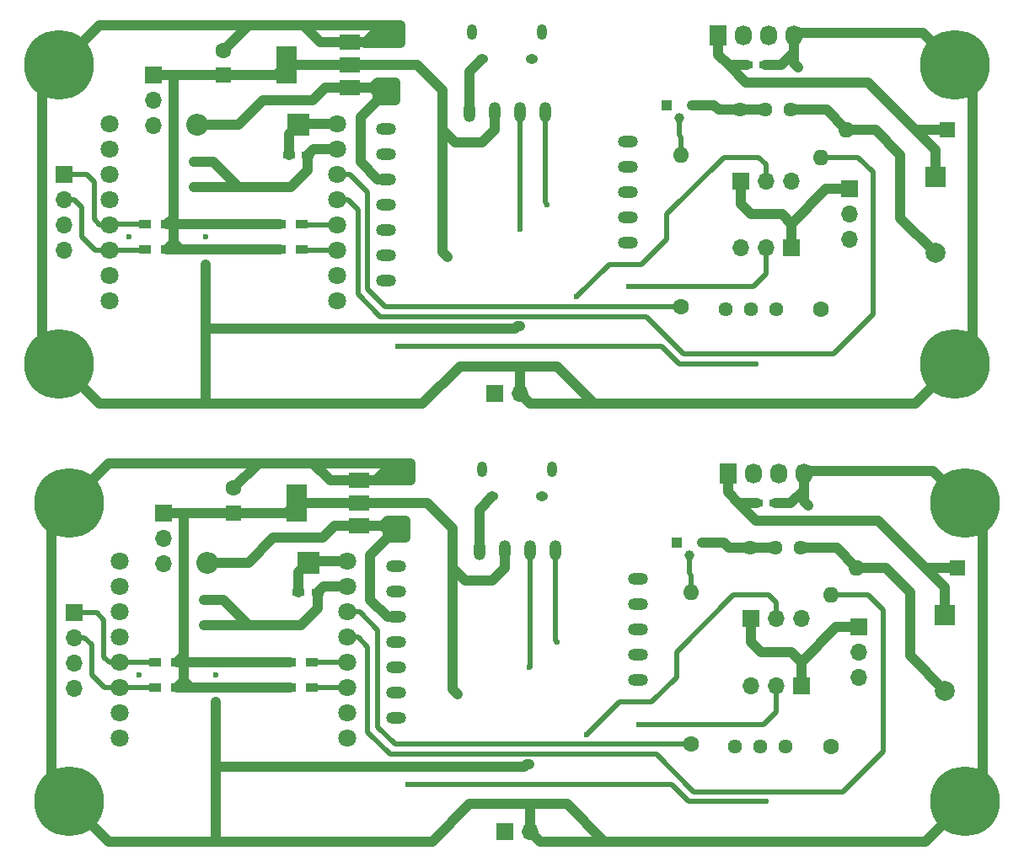
<source format=gbl>
%MOIN*%
%OFA0B0*%
%FSLAX46Y46*%
%IPPOS*%
%LPD*%
%ADD10C,0.0039370078740157488*%
%ADD11R,0.07874015748031496X0.07874015748031496*%
%ADD12C,0.07874015748031496*%
%ADD13R,0.047244094488188976X0.029527559055118113*%
%ADD14R,0.062992125984251982X0.062992125984251982*%
%ADD15C,0.062992125984251982*%
%ADD16O,0.062992125984251982X0.062992125984251982*%
%ADD17C,0.27559055118110237*%
%ADD18O,0.049212598425196853X0.037401574803149609*%
%ADD19O,0.03937007874015748X0.0610236220472441*%
%ADD20R,0.066929133858267723X0.066929133858267723*%
%ADD21O,0.066929133858267723X0.066929133858267723*%
%ADD22C,0.03937007874015748*%
%ADD23R,0.03937007874015748X0.03937007874015748*%
%ADD24R,0.047244094488188976X0.035433070866141732*%
%ADD25C,0.056692913385826771*%
%ADD26R,0.068X0.08*%
%ADD27O,0.068X0.08*%
%ADD28R,0.07874015748031496X0.14960629921259844*%
%ADD29R,0.07874015748031496X0.059055118110236227*%
%ADD30C,0.070866141732283464*%
%ADD31O,0.07874015748031496X0.047244094488188976*%
%ADD32O,0.047244094488188976X0.07874015748031496*%
%ADD33R,0.086614173228346469X0.086614173228346469*%
%ADD34O,0.086614173228346469X0.086614173228346469*%
%ADD35C,0.023622047244094488*%
%ADD36C,0.03937007874015748*%
%ADD37C,0.01968503937007874*%
%ADD48C,0.0039370078740157488*%
%ADD49R,0.07874015748031496X0.07874015748031496*%
%ADD50C,0.07874015748031496*%
%ADD51R,0.047244094488188976X0.029527559055118113*%
%ADD52R,0.062992125984251982X0.062992125984251982*%
%ADD53C,0.062992125984251982*%
%ADD54O,0.062992125984251982X0.062992125984251982*%
%ADD55C,0.27559055118110237*%
%ADD56O,0.049212598425196853X0.037401574803149609*%
%ADD57O,0.03937007874015748X0.0610236220472441*%
%ADD58R,0.066929133858267723X0.066929133858267723*%
%ADD59O,0.066929133858267723X0.066929133858267723*%
%ADD60C,0.03937007874015748*%
%ADD61R,0.03937007874015748X0.03937007874015748*%
%ADD62R,0.047244094488188976X0.035433070866141732*%
%ADD63C,0.056692913385826771*%
%ADD64R,0.068X0.08*%
%ADD65O,0.068X0.08*%
%ADD66R,0.07874015748031496X0.14960629921259844*%
%ADD67R,0.07874015748031496X0.059055118110236227*%
%ADD68C,0.070866141732283464*%
%ADD69O,0.07874015748031496X0.047244094488188976*%
%ADD70O,0.047244094488188976X0.07874015748031496*%
%ADD71R,0.086614173228346469X0.086614173228346469*%
%ADD72O,0.086614173228346469X0.086614173228346469*%
%ADD73C,0.023622047244094488*%
%ADD74C,0.03937007874015748*%
%ADD75C,0.01968503937007874*%
%LPD*%
G01*
D10*
D11*
X-0000039370Y0003385826D02*
X0003622047Y0002746062D03*
D12*
X0003622047Y0002446850D03*
D13*
X0002875984Y0003188976D03*
X0002950787Y0003188976D03*
X0001064960Y0002834645D03*
X0001139763Y0002834645D03*
D14*
X0000807086Y0003149606D03*
D15*
X0000807086Y0003248031D03*
D14*
X0003671259Y0002933070D03*
D16*
X0003271259Y0002933070D03*
D17*
X0000157480Y0003188976D03*
X0000157480Y0002007874D03*
X0003700787Y0003188976D03*
X0003700787Y0002007874D03*
D18*
X0002027559Y0003214566D03*
X0001830708Y0003214566D03*
D19*
X0002066929Y0003320866D03*
X0001791338Y0003320866D03*
D20*
X0000531496Y0003149606D03*
D21*
X0000531496Y0003049606D03*
X0000531496Y0002949606D03*
D22*
X0002609055Y0002981496D03*
X0002659055Y0003031496D03*
D23*
X0002559055Y0003031496D03*
D20*
X0001879921Y0001889763D03*
D21*
X0001979921Y0001889763D03*
D15*
X0002618110Y0002234251D03*
D16*
X0002618110Y0002834251D03*
D15*
X0003169291Y0002224409D03*
D16*
X0003169291Y0002824409D03*
D24*
X0000584645Y0002559055D03*
X0000498031Y0002559055D03*
X0000584645Y0002460629D03*
X0000498031Y0002460629D03*
X0001029527Y0002460629D03*
X0001116141Y0002460629D03*
X0001029527Y0002559055D03*
X0001116141Y0002559055D03*
D25*
X0003051181Y0003011811D03*
X0002951181Y0003011811D03*
X0002851181Y0003011811D03*
X0002992125Y0002224409D03*
X0002892125Y0002224409D03*
X0002792125Y0002224409D03*
D26*
X0002763385Y0003307086D03*
D27*
X0002863385Y0003307086D03*
X0002963385Y0003307086D03*
X0003063385Y0003307086D03*
D28*
X0001057086Y0003188976D03*
D29*
X0001305118Y0003188976D03*
X0001305118Y0003098425D03*
X0001305118Y0003279527D03*
D20*
X0000177165Y0002755905D03*
D21*
X0000177165Y0002655905D03*
X0000177165Y0002555905D03*
X0000177165Y0002455905D03*
D20*
X0003282047Y0002698425D03*
D21*
X0003282047Y0002598425D03*
X0003282047Y0002498425D03*
D20*
X0002852755Y0002730866D03*
D21*
X0002952755Y0002730866D03*
X0003052755Y0002730866D03*
D20*
X0003052755Y0002465984D03*
D21*
X0002952755Y0002465984D03*
X0002852755Y0002465984D03*
D30*
X0001257086Y0002257480D03*
X0001257086Y0002357480D03*
X0001257086Y0002457480D03*
X0001257086Y0002557480D03*
X0001257086Y0002657480D03*
X0001257086Y0002757480D03*
X0001257086Y0002857480D03*
X0001257086Y0002957480D03*
X0000357086Y0002957480D03*
X0000357086Y0002857480D03*
X0000357086Y0002757480D03*
X0000357086Y0002657480D03*
X0000357086Y0002557480D03*
X0000357086Y0002457480D03*
X0000357086Y0002357480D03*
X0000357086Y0002257480D03*
D31*
X0001451417Y0002937795D03*
X0001451417Y0002837795D03*
X0002406850Y0002887795D03*
X0001451417Y0002737795D03*
X0002406850Y0002787795D03*
X0001451417Y0002637795D03*
X0002406850Y0002687795D03*
X0001451417Y0002537795D03*
X0002406850Y0002587795D03*
X0001451417Y0002437795D03*
X0002406850Y0002487795D03*
X0001451417Y0002337795D03*
D32*
X0001779133Y0003003425D03*
X0001879133Y0003003425D03*
X0001979133Y0003003425D03*
X0002079133Y0003003425D03*
D33*
X0001102362Y0002952755D03*
D34*
X0000702362Y0002952755D03*
D35*
X0001417322Y0003051181D03*
X0001486220Y0003051181D03*
X0001417322Y0003120078D03*
X0001486220Y0003120078D03*
X0000688976Y0002805118D03*
X0000688976Y0002706692D03*
X0001978346Y0002155511D03*
X0000738188Y0002401574D03*
X0000738188Y0002509842D03*
X0000433070Y0002509842D03*
X0003080708Y0003179133D03*
X0001437007Y0003277559D03*
X0001505905Y0003277559D03*
X0001505905Y0003346456D03*
X0001437007Y0003346456D03*
X0001692913Y0002431102D03*
X0001978346Y0002539370D03*
X0002086614Y0002637795D03*
X0001496062Y0002076771D03*
X0002913385Y0002007874D03*
X0002204724Y0002273622D03*
X0002411417Y0002312992D03*
D36*
X0003622047Y0002746062D02*
X0003622047Y0002854330D01*
X0003622047Y0002854330D02*
X0003543307Y0002933070D01*
X0003671259Y0002933070D02*
X0003543307Y0002933070D01*
X0003543307Y0002933070D02*
X0003356299Y0003120078D01*
X0002805118Y0003188976D02*
X0002874015Y0003120078D01*
X0002874015Y0003120078D02*
X0003356299Y0003120078D01*
X0002763385Y0003307086D02*
X0002763385Y0003230708D01*
X0002805118Y0003188976D02*
X0002875984Y0003188976D01*
X0002763385Y0003230708D02*
X0002805118Y0003188976D01*
X0001305118Y0003098425D02*
X0001208661Y0003098425D01*
X0000866141Y0002952755D02*
X0000702362Y0002952755D01*
X0000964566Y0003051181D02*
X0000866141Y0002952755D01*
X0001161417Y0003051181D02*
X0000964566Y0003051181D01*
X0001208661Y0003098425D02*
X0001161417Y0003051181D01*
X0001451417Y0002737795D02*
X0001415748Y0002737795D01*
X0001415748Y0002737795D02*
X0001348425Y0002805118D01*
X0001348425Y0002805118D02*
X0001348425Y0002982283D01*
X0001348425Y0002982283D02*
X0001417322Y0003051181D01*
X0000699212Y0002949606D02*
X0000702362Y0002952755D01*
X0001486220Y0003051181D02*
X0001417322Y0003051181D01*
X0001417322Y0003120078D02*
X0001486220Y0003120078D01*
X0001486220Y0003090551D02*
X0001427165Y0003090551D01*
X0001427165Y0003090551D02*
X0001417322Y0003080708D01*
X0001417322Y0003051181D02*
X0001417322Y0003080708D01*
X0001305118Y0003098425D02*
X0001395669Y0003098425D01*
X0001395669Y0003098425D02*
X0001417322Y0003120078D01*
X0001486220Y0003120078D02*
X0001486220Y0003090551D01*
X0001486220Y0003090551D02*
X0001486220Y0003051181D01*
X0001417322Y0003080708D02*
X0001397637Y0003100393D01*
X0003051181Y0003011811D02*
X0003192519Y0003011811D01*
X0003192519Y0003011811D02*
X0003271259Y0002933070D01*
X0003271259Y0002933070D02*
X0003385826Y0002933070D01*
X0003385826Y0002933070D02*
X0003484251Y0002834645D01*
X0003484251Y0002834645D02*
X0003484251Y0002584645D01*
X0003484251Y0002584645D02*
X0003622047Y0002446850D01*
X0000088582Y0003031496D02*
X0000088582Y0003120078D01*
X0000088582Y0003120078D02*
X0000157480Y0003188976D01*
X0000088582Y0003031496D02*
X0000088582Y0002076771D01*
X0000088582Y0002076771D02*
X0000157480Y0002007874D01*
X0003769685Y0002155511D02*
X0003769685Y0002076771D01*
X0003769685Y0002076771D02*
X0003700787Y0002007874D01*
X0003769685Y0002155511D02*
X0003769685Y0003120078D01*
X0003769685Y0003120078D02*
X0003700787Y0003188976D01*
X0000895669Y0002706692D02*
X0000866141Y0002706692D01*
X0000767716Y0002805118D02*
X0000688976Y0002805118D01*
X0000866141Y0002706692D02*
X0000767716Y0002805118D01*
X0001139763Y0002834645D02*
X0001139763Y0002773622D01*
X0001072834Y0002706692D02*
X0000895669Y0002706692D01*
X0000895669Y0002706692D02*
X0000688976Y0002706692D01*
X0001139763Y0002773622D02*
X0001072834Y0002706692D01*
X0000738188Y0002145669D02*
X0001958661Y0002145669D01*
X0001968503Y0002155511D02*
X0001978346Y0002155511D01*
X0001958661Y0002145669D02*
X0001968503Y0002155511D01*
X0000738188Y0002401574D02*
X0000738188Y0002145669D01*
X0000738188Y0002145669D02*
X0000738188Y0001850393D01*
X0002273622Y0001850393D02*
X0002019291Y0001850393D01*
X0002019291Y0001850393D02*
X0001979921Y0001889763D01*
X0001979921Y0001889763D02*
X0001979921Y0001998031D01*
X0000157480Y0002007874D02*
X0000314960Y0001850393D01*
X0003543307Y0001850393D02*
X0003700787Y0002007874D01*
X0002273622Y0001850393D02*
X0003543307Y0001850393D01*
X0002125984Y0001998031D02*
X0002273622Y0001850393D01*
X0001742125Y0001998031D02*
X0001979921Y0001998031D01*
X0001979921Y0001998031D02*
X0002125984Y0001998031D01*
X0001594488Y0001850393D02*
X0001742125Y0001998031D01*
X0000314960Y0001850393D02*
X0000738188Y0001850393D01*
X0000738188Y0001850393D02*
X0001594488Y0001850393D01*
X0002852755Y0002730866D02*
X0002852755Y0002639370D01*
X0003014960Y0002598425D02*
X0003052755Y0002560629D01*
X0002893700Y0002598425D02*
X0003014960Y0002598425D01*
X0002852755Y0002639370D02*
X0002893700Y0002598425D01*
X0003052755Y0002465984D02*
X0003052755Y0002560629D01*
X0003190551Y0002698425D02*
X0003282047Y0002698425D01*
X0003052755Y0002560629D02*
X0003190551Y0002698425D01*
X0003063385Y0003248031D02*
X0003063385Y0003196456D01*
X0003063385Y0003196456D02*
X0003080708Y0003179133D01*
X0003700787Y0003188976D02*
X0003572834Y0003316929D01*
X0003572834Y0003316929D02*
X0003073228Y0003316929D01*
X0003073228Y0003316929D02*
X0003063385Y0003307086D01*
X0002950787Y0003188976D02*
X0003011811Y0003188976D01*
X0003063385Y0003240551D02*
X0003063385Y0003248031D01*
X0003063385Y0003248031D02*
X0003063385Y0003307086D01*
X0003011811Y0003188976D02*
X0003063385Y0003240551D01*
X0000905511Y0003346456D02*
X0000314960Y0003346456D01*
X0000314960Y0003346456D02*
X0000157480Y0003188976D01*
X0001305118Y0003279527D02*
X0001188976Y0003279527D01*
X0001188976Y0003279527D02*
X0001122047Y0003346456D01*
X0001437007Y0003346456D02*
X0001122047Y0003346456D01*
X0001122047Y0003346456D02*
X0000905511Y0003346456D01*
X0000905511Y0003346456D02*
X0000807086Y0003248031D01*
X0001779133Y0003003425D02*
X0001779133Y0003162992D01*
X0001779133Y0003162992D02*
X0001830708Y0003214566D01*
X0001257086Y0002857480D02*
X0001162598Y0002857480D01*
X0001162598Y0002857480D02*
X0001139763Y0002834645D01*
X0001505905Y0003346456D02*
X0001437007Y0003346456D01*
X0001505905Y0003277559D02*
X0001437007Y0003277559D01*
X0001505905Y0003316929D02*
X0001407480Y0003316929D01*
X0001305118Y0003279527D02*
X0001370078Y0003279527D01*
X0001370078Y0003279527D02*
X0001407480Y0003316929D01*
X0001437007Y0003277559D02*
X0001368110Y0003277559D01*
X0001505905Y0003346456D02*
X0001505905Y0003316929D01*
X0001505905Y0003316929D02*
X0001505905Y0003277559D01*
X0001407480Y0003316929D02*
X0001437007Y0003346456D01*
X0000649606Y0002460629D02*
X0000635826Y0002460629D01*
X0000635826Y0002460629D02*
X0000610236Y0002486220D01*
X0001029527Y0002460629D02*
X0000649606Y0002460629D01*
X0000649606Y0002460629D02*
X0000584645Y0002460629D01*
X0001029527Y0002559055D02*
X0000610236Y0002559055D01*
X0000610236Y0002598425D02*
X0000610236Y0002559055D01*
X0000610236Y0002559055D02*
X0000610236Y0002486220D01*
X0000610236Y0002486220D02*
X0000584645Y0002460629D01*
X0000610236Y0003149606D02*
X0000610236Y0002598425D01*
X0000610236Y0002598425D02*
X0000610236Y0002584645D01*
X0000610236Y0002584645D02*
X0000584645Y0002559055D01*
X0001673228Y0002450787D02*
X0001673228Y0002933070D01*
X0001692913Y0002431102D02*
X0001673228Y0002450787D01*
X0001305118Y0003188976D02*
X0001574803Y0003188976D01*
X0001574803Y0003188976D02*
X0001673228Y0003090551D01*
X0001673228Y0003090551D02*
X0001673228Y0002933070D01*
X0001879133Y0002932283D02*
X0001879133Y0003003425D01*
X0001673228Y0002933070D02*
X0001722440Y0002883858D01*
X0001722440Y0002883858D02*
X0001830708Y0002883858D01*
X0001830708Y0002883858D02*
X0001879133Y0002932283D01*
X0000531496Y0003149606D02*
X0000610236Y0003149606D01*
X0000610236Y0003149606D02*
X0000807086Y0003149606D01*
X0001305118Y0003188976D02*
X0001057086Y0003188976D01*
X0001057086Y0003188976D02*
X0001017716Y0003149606D01*
X0001017716Y0003149606D02*
X0000807086Y0003149606D01*
D37*
X0002618110Y0002834251D02*
X0002618110Y0002903543D01*
X0002618110Y0002903543D02*
X0002609055Y0002912598D01*
X0002609055Y0002912598D02*
X0002609055Y0002981496D01*
D36*
X0002851181Y0003011811D02*
X0002951181Y0003011811D01*
X0002851181Y0003011811D02*
X0002765748Y0003011811D01*
X0002746062Y0003031496D02*
X0002659055Y0003031496D01*
X0002765748Y0003011811D02*
X0002746062Y0003031496D01*
D37*
X0002618110Y0002234251D02*
X0001446850Y0002234251D01*
X0001307480Y0002757480D02*
X0001377952Y0002687007D01*
X0001377952Y0002687007D02*
X0001377952Y0002303149D01*
X0001377952Y0002303149D02*
X0001446850Y0002234251D01*
X0001307480Y0002757480D02*
X0001257086Y0002757480D01*
X0001257086Y0002657480D02*
X0001299212Y0002657480D01*
X0003317322Y0002824409D02*
X0003169291Y0002824409D01*
X0003375984Y0002765748D02*
X0003317322Y0002824409D01*
X0003375984Y0002204724D02*
X0003375984Y0002765748D01*
X0003218503Y0002047244D02*
X0003375984Y0002204724D01*
X0002627952Y0002047244D02*
X0003218503Y0002047244D01*
X0002480314Y0002194881D02*
X0002627952Y0002047244D01*
X0001427165Y0002194881D02*
X0002480314Y0002194881D01*
X0001338582Y0002283464D02*
X0001427165Y0002194881D01*
X0001338582Y0002618110D02*
X0001338582Y0002283464D01*
X0001299212Y0002657480D02*
X0001338582Y0002618110D01*
X0000177165Y0002755905D02*
X0000265748Y0002755905D01*
X0000316535Y0002557480D02*
X0000357086Y0002557480D01*
X0000295275Y0002578740D02*
X0000316535Y0002557480D01*
X0000295275Y0002726377D02*
X0000295275Y0002578740D01*
X0000265748Y0002755905D02*
X0000295275Y0002726377D01*
X0000498031Y0002559055D02*
X0000358661Y0002559055D01*
X0000358661Y0002559055D02*
X0000357086Y0002557480D01*
X0000177165Y0002655905D02*
X0000218110Y0002655905D01*
X0000298425Y0002457480D02*
X0000357086Y0002457480D01*
X0000246062Y0002509842D02*
X0000298425Y0002457480D01*
X0000246062Y0002627952D02*
X0000246062Y0002509842D01*
X0000218110Y0002655905D02*
X0000246062Y0002627952D01*
X0000357086Y0002457480D02*
X0000494881Y0002457480D01*
X0000494881Y0002457480D02*
X0000498031Y0002460629D01*
X0001257086Y0002457480D02*
X0001119291Y0002457480D01*
X0001119291Y0002457480D02*
X0001116141Y0002460629D01*
X0001979133Y0003003425D02*
X0001979133Y0002540157D01*
X0001979133Y0002540157D02*
X0001978346Y0002539370D01*
X0001257086Y0002557480D02*
X0001117716Y0002557480D01*
X0001117716Y0002557480D02*
X0001116141Y0002559055D01*
X0002079133Y0003003425D02*
X0002079133Y0002645275D01*
X0002079133Y0002645275D02*
X0002086614Y0002637795D01*
X0002539370Y0002076771D02*
X0001496062Y0002076771D01*
X0002608267Y0002007874D02*
X0002539370Y0002076771D01*
X0002913385Y0002007874D02*
X0002608267Y0002007874D01*
X0002952755Y0002730866D02*
X0002952755Y0002795275D01*
X0002332677Y0002401574D02*
X0002204724Y0002273622D01*
X0002460629Y0002401574D02*
X0002332677Y0002401574D01*
X0002559055Y0002500000D02*
X0002460629Y0002401574D01*
X0002559055Y0002598425D02*
X0002559055Y0002500000D01*
X0002785433Y0002824803D02*
X0002559055Y0002598425D01*
X0002923228Y0002824803D02*
X0002785433Y0002824803D01*
X0002952755Y0002795275D02*
X0002923228Y0002824803D01*
X0002952755Y0002362204D02*
X0002903543Y0002312992D01*
X0002903543Y0002312992D02*
X0002411417Y0002312992D01*
X0002952755Y0002465984D02*
X0002952755Y0002362204D01*
D36*
X0001257086Y0002957480D02*
X0001107086Y0002957480D01*
X0001107086Y0002957480D02*
X0001102362Y0002952755D01*
X0001064960Y0002834645D02*
X0001064960Y0002915354D01*
X0001064960Y0002915354D02*
X0001102362Y0002952755D01*
G04 next file*
%LPD*%
G04 #@! TF.FileFunction,Copper,L2,Bot,Signal*
G04 Gerber Fmt 4.6, Leading zero omitted, Abs format (unit mm)*
G04 Created by KiCad (PCBNEW 4.0.7) date 08/13/18 20:02:33*
G01*
G04 APERTURE LIST*
G04 APERTURE END LIST*
D48*
D49*
X0000000000Y0001653543D02*
X0003661417Y0001013779D03*
D50*
X0003661417Y0000714566D03*
D51*
X0002915354Y0001456692D03*
X0002990157Y0001456692D03*
X0001104330Y0001102362D03*
X0001179133Y0001102362D03*
D52*
X0000846456Y0001417322D03*
D53*
X0000846456Y0001515748D03*
D52*
X0003710629Y0001200787D03*
D54*
X0003310629Y0001200787D03*
D55*
X0000196850Y0001456692D03*
X0000196850Y0000275590D03*
X0003740157Y0001456692D03*
X0003740157Y0000275590D03*
D56*
X0002066929Y0001482283D03*
X0001870078Y0001482283D03*
D57*
X0002106299Y0001588582D03*
X0001830708Y0001588582D03*
D58*
X0000570866Y0001417322D03*
D59*
X0000570866Y0001317322D03*
X0000570866Y0001217322D03*
D60*
X0002648425Y0001249212D03*
X0002698425Y0001299212D03*
D61*
X0002598425Y0001299212D03*
D58*
X0001919291Y0000157480D03*
D59*
X0002019291Y0000157480D03*
D53*
X0002657480Y0000501968D03*
D54*
X0002657480Y0001101968D03*
D53*
X0003208661Y0000492125D03*
D54*
X0003208661Y0001092125D03*
D62*
X0000624015Y0000826771D03*
X0000537401Y0000826771D03*
X0000624015Y0000728346D03*
X0000537401Y0000728346D03*
X0001068897Y0000728346D03*
X0001155511Y0000728346D03*
X0001068897Y0000826771D03*
X0001155511Y0000826771D03*
D63*
X0003090551Y0001279527D03*
X0002990551Y0001279527D03*
X0002890551Y0001279527D03*
X0003031496Y0000492125D03*
X0002931496Y0000492125D03*
X0002831496Y0000492125D03*
D64*
X0002802755Y0001574803D03*
D65*
X0002902755Y0001574803D03*
X0003002755Y0001574803D03*
X0003102755Y0001574803D03*
D66*
X0001096456Y0001456692D03*
D67*
X0001344488Y0001456692D03*
X0001344488Y0001366141D03*
X0001344488Y0001547244D03*
D58*
X0000216535Y0001023622D03*
D59*
X0000216535Y0000923622D03*
X0000216535Y0000823622D03*
X0000216535Y0000723622D03*
D58*
X0003321417Y0000966141D03*
D59*
X0003321417Y0000866141D03*
X0003321417Y0000766141D03*
D58*
X0002892125Y0000998582D03*
D59*
X0002992125Y0000998582D03*
X0003092125Y0000998582D03*
D58*
X0003092125Y0000733700D03*
D59*
X0002992125Y0000733700D03*
X0002892125Y0000733700D03*
D68*
X0001296456Y0000525196D03*
X0001296456Y0000625196D03*
X0001296456Y0000725196D03*
X0001296456Y0000825196D03*
X0001296456Y0000925196D03*
X0001296456Y0001025196D03*
X0001296456Y0001125196D03*
X0001296456Y0001225196D03*
X0000396456Y0001225196D03*
X0000396456Y0001125196D03*
X0000396456Y0001025196D03*
X0000396456Y0000925196D03*
X0000396456Y0000825196D03*
X0000396456Y0000725196D03*
X0000396456Y0000625196D03*
X0000396456Y0000525196D03*
D69*
X0001490787Y0001205511D03*
X0001490787Y0001105511D03*
X0002446220Y0001155511D03*
X0001490787Y0001005511D03*
X0002446220Y0001055511D03*
X0001490787Y0000905511D03*
X0002446220Y0000955511D03*
X0001490787Y0000805511D03*
X0002446220Y0000855511D03*
X0001490787Y0000705511D03*
X0002446220Y0000755511D03*
X0001490787Y0000605511D03*
D70*
X0001818503Y0001271141D03*
X0001918503Y0001271141D03*
X0002018503Y0001271141D03*
X0002118503Y0001271141D03*
D71*
X0001141732Y0001220472D03*
D72*
X0000741732Y0001220472D03*
D73*
X0001456692Y0001318897D03*
X0001525590Y0001318897D03*
X0001456692Y0001387795D03*
X0001525590Y0001387795D03*
X0000728346Y0001072834D03*
X0000728346Y0000974409D03*
X0002017716Y0000423228D03*
X0000777559Y0000669291D03*
X0000777559Y0000777559D03*
X0000472440Y0000777559D03*
X0003120078Y0001446850D03*
X0001476377Y0001545275D03*
X0001545275Y0001545275D03*
X0001545275Y0001614173D03*
X0001476377Y0001614173D03*
X0001732283Y0000698818D03*
X0002017716Y0000807086D03*
X0002125984Y0000905511D03*
X0001535433Y0000344488D03*
X0002952755Y0000275590D03*
X0002244094Y0000541338D03*
X0002450787Y0000580708D03*
D74*
X0003661417Y0001013779D02*
X0003661417Y0001122047D01*
X0003661417Y0001122047D02*
X0003582677Y0001200787D01*
X0003710629Y0001200787D02*
X0003582677Y0001200787D01*
X0003582677Y0001200787D02*
X0003395669Y0001387795D01*
X0002844488Y0001456692D02*
X0002913385Y0001387795D01*
X0002913385Y0001387795D02*
X0003395669Y0001387795D01*
X0002802755Y0001574803D02*
X0002802755Y0001498425D01*
X0002844488Y0001456692D02*
X0002915354Y0001456692D01*
X0002802755Y0001498425D02*
X0002844488Y0001456692D01*
X0001344488Y0001366141D02*
X0001248031Y0001366141D01*
X0000905511Y0001220472D02*
X0000741732Y0001220472D01*
X0001003937Y0001318897D02*
X0000905511Y0001220472D01*
X0001200787Y0001318897D02*
X0001003937Y0001318897D01*
X0001248031Y0001366141D02*
X0001200787Y0001318897D01*
X0001490787Y0001005511D02*
X0001455118Y0001005511D01*
X0001455118Y0001005511D02*
X0001387795Y0001072834D01*
X0001387795Y0001072834D02*
X0001387795Y0001250000D01*
X0001387795Y0001250000D02*
X0001456692Y0001318897D01*
X0000738582Y0001217322D02*
X0000741732Y0001220472D01*
X0001525590Y0001318897D02*
X0001456692Y0001318897D01*
X0001456692Y0001387795D02*
X0001525590Y0001387795D01*
X0001525590Y0001358267D02*
X0001466535Y0001358267D01*
X0001466535Y0001358267D02*
X0001456692Y0001348425D01*
X0001456692Y0001318897D02*
X0001456692Y0001348425D01*
X0001344488Y0001366141D02*
X0001435039Y0001366141D01*
X0001435039Y0001366141D02*
X0001456692Y0001387795D01*
X0001525590Y0001387795D02*
X0001525590Y0001358267D01*
X0001525590Y0001358267D02*
X0001525590Y0001318897D01*
X0001456692Y0001348425D02*
X0001437007Y0001368110D01*
X0003090551Y0001279527D02*
X0003231889Y0001279527D01*
X0003231889Y0001279527D02*
X0003310629Y0001200787D01*
X0003310629Y0001200787D02*
X0003425196Y0001200787D01*
X0003425196Y0001200787D02*
X0003523622Y0001102362D01*
X0003523622Y0001102362D02*
X0003523622Y0000852362D01*
X0003523622Y0000852362D02*
X0003661417Y0000714566D01*
X0000127952Y0001299212D02*
X0000127952Y0001387795D01*
X0000127952Y0001387795D02*
X0000196850Y0001456692D01*
X0000127952Y0001299212D02*
X0000127952Y0000344488D01*
X0000127952Y0000344488D02*
X0000196850Y0000275590D01*
X0003809055Y0000423228D02*
X0003809055Y0000344488D01*
X0003809055Y0000344488D02*
X0003740157Y0000275590D01*
X0003809055Y0000423228D02*
X0003809055Y0001387795D01*
X0003809055Y0001387795D02*
X0003740157Y0001456692D01*
X0000935039Y0000974409D02*
X0000905511Y0000974409D01*
X0000807086Y0001072834D02*
X0000728346Y0001072834D01*
X0000905511Y0000974409D02*
X0000807086Y0001072834D01*
X0001179133Y0001102362D02*
X0001179133Y0001041338D01*
X0001112204Y0000974409D02*
X0000935039Y0000974409D01*
X0000935039Y0000974409D02*
X0000728346Y0000974409D01*
X0001179133Y0001041338D02*
X0001112204Y0000974409D01*
X0000777559Y0000413385D02*
X0001998031Y0000413385D01*
X0002007874Y0000423228D02*
X0002017716Y0000423228D01*
X0001998031Y0000413385D02*
X0002007874Y0000423228D01*
X0000777559Y0000669291D02*
X0000777559Y0000413385D01*
X0000777559Y0000413385D02*
X0000777559Y0000118110D01*
X0002312992Y0000118110D02*
X0002058661Y0000118110D01*
X0002058661Y0000118110D02*
X0002019291Y0000157480D01*
X0002019291Y0000157480D02*
X0002019291Y0000265748D01*
X0000196850Y0000275590D02*
X0000354330Y0000118110D01*
X0003582677Y0000118110D02*
X0003740157Y0000275590D01*
X0002312992Y0000118110D02*
X0003582677Y0000118110D01*
X0002165354Y0000265748D02*
X0002312992Y0000118110D01*
X0001781496Y0000265748D02*
X0002019291Y0000265748D01*
X0002019291Y0000265748D02*
X0002165354Y0000265748D01*
X0001633858Y0000118110D02*
X0001781496Y0000265748D01*
X0000354330Y0000118110D02*
X0000777559Y0000118110D01*
X0000777559Y0000118110D02*
X0001633858Y0000118110D01*
X0002892125Y0000998582D02*
X0002892125Y0000907086D01*
X0003054330Y0000866141D02*
X0003092125Y0000828346D01*
X0002933070Y0000866141D02*
X0003054330Y0000866141D01*
X0002892125Y0000907086D02*
X0002933070Y0000866141D01*
X0003092125Y0000733700D02*
X0003092125Y0000828346D01*
X0003229921Y0000966141D02*
X0003321417Y0000966141D01*
X0003092125Y0000828346D02*
X0003229921Y0000966141D01*
X0003102755Y0001515748D02*
X0003102755Y0001464173D01*
X0003102755Y0001464173D02*
X0003120078Y0001446850D01*
X0003740157Y0001456692D02*
X0003612204Y0001584645D01*
X0003612204Y0001584645D02*
X0003112598Y0001584645D01*
X0003112598Y0001584645D02*
X0003102755Y0001574803D01*
X0002990157Y0001456692D02*
X0003051181Y0001456692D01*
X0003102755Y0001508267D02*
X0003102755Y0001515748D01*
X0003102755Y0001515748D02*
X0003102755Y0001574803D01*
X0003051181Y0001456692D02*
X0003102755Y0001508267D01*
X0000944881Y0001614173D02*
X0000354330Y0001614173D01*
X0000354330Y0001614173D02*
X0000196850Y0001456692D01*
X0001344488Y0001547244D02*
X0001228346Y0001547244D01*
X0001228346Y0001547244D02*
X0001161417Y0001614173D01*
X0001476377Y0001614173D02*
X0001161417Y0001614173D01*
X0001161417Y0001614173D02*
X0000944881Y0001614173D01*
X0000944881Y0001614173D02*
X0000846456Y0001515748D01*
X0001818503Y0001271141D02*
X0001818503Y0001430708D01*
X0001818503Y0001430708D02*
X0001870078Y0001482283D01*
X0001296456Y0001125196D02*
X0001201968Y0001125196D01*
X0001201968Y0001125196D02*
X0001179133Y0001102362D01*
X0001545275Y0001614173D02*
X0001476377Y0001614173D01*
X0001545275Y0001545275D02*
X0001476377Y0001545275D01*
X0001545275Y0001584645D02*
X0001446850Y0001584645D01*
X0001344488Y0001547244D02*
X0001409448Y0001547244D01*
X0001409448Y0001547244D02*
X0001446850Y0001584645D01*
X0001476377Y0001545275D02*
X0001407480Y0001545275D01*
X0001545275Y0001614173D02*
X0001545275Y0001584645D01*
X0001545275Y0001584645D02*
X0001545275Y0001545275D01*
X0001446850Y0001584645D02*
X0001476377Y0001614173D01*
X0000688976Y0000728346D02*
X0000675196Y0000728346D01*
X0000675196Y0000728346D02*
X0000649606Y0000753937D01*
X0001068897Y0000728346D02*
X0000688976Y0000728346D01*
X0000688976Y0000728346D02*
X0000624015Y0000728346D01*
X0001068897Y0000826771D02*
X0000649606Y0000826771D01*
X0000649606Y0000866141D02*
X0000649606Y0000826771D01*
X0000649606Y0000826771D02*
X0000649606Y0000753937D01*
X0000649606Y0000753937D02*
X0000624015Y0000728346D01*
X0000649606Y0001417322D02*
X0000649606Y0000866141D01*
X0000649606Y0000866141D02*
X0000649606Y0000852362D01*
X0000649606Y0000852362D02*
X0000624015Y0000826771D01*
X0001712598Y0000718503D02*
X0001712598Y0001200787D01*
X0001732283Y0000698818D02*
X0001712598Y0000718503D01*
X0001344488Y0001456692D02*
X0001614173Y0001456692D01*
X0001614173Y0001456692D02*
X0001712598Y0001358267D01*
X0001712598Y0001358267D02*
X0001712598Y0001200787D01*
X0001918503Y0001200000D02*
X0001918503Y0001271141D01*
X0001712598Y0001200787D02*
X0001761811Y0001151574D01*
X0001761811Y0001151574D02*
X0001870078Y0001151574D01*
X0001870078Y0001151574D02*
X0001918503Y0001200000D01*
X0000570866Y0001417322D02*
X0000649606Y0001417322D01*
X0000649606Y0001417322D02*
X0000846456Y0001417322D01*
X0001344488Y0001456692D02*
X0001096456Y0001456692D01*
X0001096456Y0001456692D02*
X0001057086Y0001417322D01*
X0001057086Y0001417322D02*
X0000846456Y0001417322D01*
D75*
X0002657480Y0001101968D02*
X0002657480Y0001171259D01*
X0002657480Y0001171259D02*
X0002648425Y0001180314D01*
X0002648425Y0001180314D02*
X0002648425Y0001249212D01*
D74*
X0002890551Y0001279527D02*
X0002990551Y0001279527D01*
X0002890551Y0001279527D02*
X0002805118Y0001279527D01*
X0002785433Y0001299212D02*
X0002698425Y0001299212D01*
X0002805118Y0001279527D02*
X0002785433Y0001299212D01*
D75*
X0002657480Y0000501968D02*
X0001486220Y0000501968D01*
X0001346850Y0001025196D02*
X0001417322Y0000954724D01*
X0001417322Y0000954724D02*
X0001417322Y0000570866D01*
X0001417322Y0000570866D02*
X0001486220Y0000501968D01*
X0001346850Y0001025196D02*
X0001296456Y0001025196D01*
X0001296456Y0000925196D02*
X0001338582Y0000925196D01*
X0003356692Y0001092125D02*
X0003208661Y0001092125D01*
X0003415354Y0001033464D02*
X0003356692Y0001092125D01*
X0003415354Y0000472440D02*
X0003415354Y0001033464D01*
X0003257874Y0000314960D02*
X0003415354Y0000472440D01*
X0002667322Y0000314960D02*
X0003257874Y0000314960D01*
X0002519685Y0000462598D02*
X0002667322Y0000314960D01*
X0001466535Y0000462598D02*
X0002519685Y0000462598D01*
X0001377952Y0000551181D02*
X0001466535Y0000462598D01*
X0001377952Y0000885826D02*
X0001377952Y0000551181D01*
X0001338582Y0000925196D02*
X0001377952Y0000885826D01*
X0000216535Y0001023622D02*
X0000305118Y0001023622D01*
X0000355905Y0000825196D02*
X0000396456Y0000825196D01*
X0000334645Y0000846456D02*
X0000355905Y0000825196D01*
X0000334645Y0000994094D02*
X0000334645Y0000846456D01*
X0000305118Y0001023622D02*
X0000334645Y0000994094D01*
X0000537401Y0000826771D02*
X0000398031Y0000826771D01*
X0000398031Y0000826771D02*
X0000396456Y0000825196D01*
X0000216535Y0000923622D02*
X0000257480Y0000923622D01*
X0000337795Y0000725196D02*
X0000396456Y0000725196D01*
X0000285433Y0000777559D02*
X0000337795Y0000725196D01*
X0000285433Y0000895669D02*
X0000285433Y0000777559D01*
X0000257480Y0000923622D02*
X0000285433Y0000895669D01*
X0000396456Y0000725196D02*
X0000534251Y0000725196D01*
X0000534251Y0000725196D02*
X0000537401Y0000728346D01*
X0001296456Y0000725196D02*
X0001158661Y0000725196D01*
X0001158661Y0000725196D02*
X0001155511Y0000728346D01*
X0002018503Y0001271141D02*
X0002018503Y0000807874D01*
X0002018503Y0000807874D02*
X0002017716Y0000807086D01*
X0001296456Y0000825196D02*
X0001157086Y0000825196D01*
X0001157086Y0000825196D02*
X0001155511Y0000826771D01*
X0002118503Y0001271141D02*
X0002118503Y0000912992D01*
X0002118503Y0000912992D02*
X0002125984Y0000905511D01*
X0002578740Y0000344488D02*
X0001535433Y0000344488D01*
X0002647637Y0000275590D02*
X0002578740Y0000344488D01*
X0002952755Y0000275590D02*
X0002647637Y0000275590D01*
X0002992125Y0000998582D02*
X0002992125Y0001062992D01*
X0002372047Y0000669291D02*
X0002244094Y0000541338D01*
X0002500000Y0000669291D02*
X0002372047Y0000669291D01*
X0002598425Y0000767716D02*
X0002500000Y0000669291D01*
X0002598425Y0000866141D02*
X0002598425Y0000767716D01*
X0002824803Y0001092519D02*
X0002598425Y0000866141D01*
X0002962598Y0001092519D02*
X0002824803Y0001092519D01*
X0002992125Y0001062992D02*
X0002962598Y0001092519D01*
X0002992125Y0000629921D02*
X0002942913Y0000580708D01*
X0002942913Y0000580708D02*
X0002450787Y0000580708D01*
X0002992125Y0000733700D02*
X0002992125Y0000629921D01*
D74*
X0001296456Y0001225196D02*
X0001146456Y0001225196D01*
X0001146456Y0001225196D02*
X0001141732Y0001220472D01*
X0001104330Y0001102362D02*
X0001104330Y0001183070D01*
X0001104330Y0001183070D02*
X0001141732Y0001220472D01*
M02*
</source>
